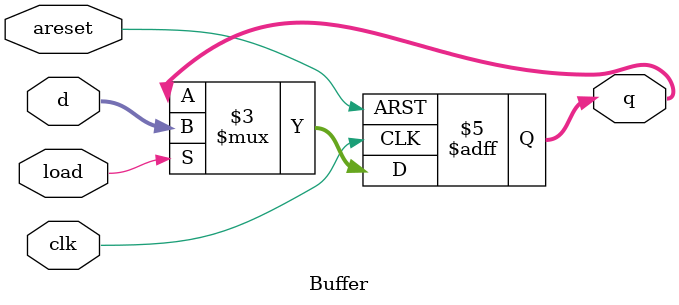
<source format=v>
module Buffer(
  input areset,clk,load,
  input [7:0] d,
  output reg [7:0] q
);

always@(posedge clk or negedge areset)
begin
  if(!areset)
   q <= 8'h00;
  else if(load)
   q <= d;
end

endmodule

</source>
